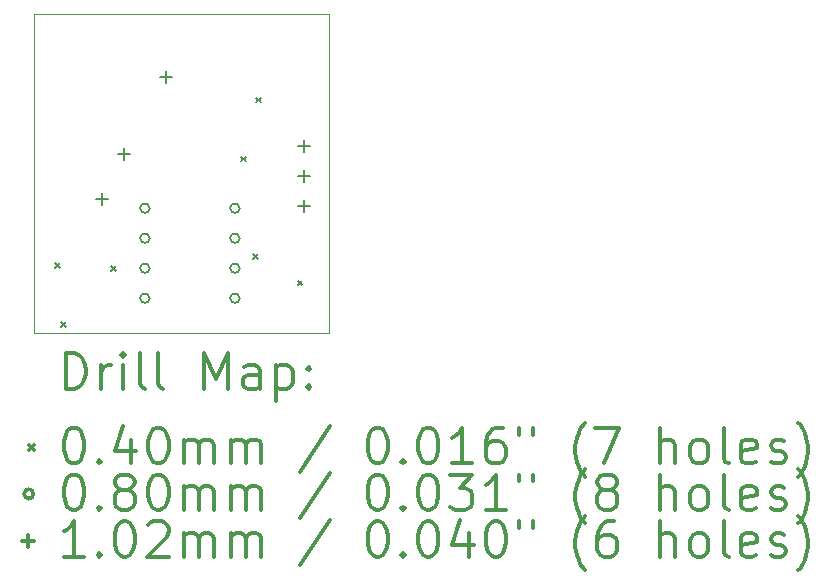
<source format=gbr>
%FSLAX45Y45*%
G04 Gerber Fmt 4.5, Leading zero omitted, Abs format (unit mm)*
G04 Created by KiCad (PCBNEW 4.0.4+e1-6308~48~ubuntu16.04.1-stable) date Thu Oct 27 02:54:48 2016*
%MOMM*%
%LPD*%
G01*
G04 APERTURE LIST*
%ADD10C,0.127000*%
%ADD11C,0.100000*%
%ADD12C,0.200000*%
%ADD13C,0.300000*%
G04 APERTURE END LIST*
D10*
D11*
X17150000Y-7300000D02*
X17150000Y-4600000D01*
X19650000Y-7300000D02*
X17150000Y-7300000D01*
X19650000Y-4600000D02*
X19650000Y-7300000D01*
X17150000Y-4600000D02*
X19650000Y-4600000D01*
D12*
X17330000Y-6705000D02*
X17370000Y-6745000D01*
X17370000Y-6705000D02*
X17330000Y-6745000D01*
X17380000Y-7205000D02*
X17420000Y-7245000D01*
X17420000Y-7205000D02*
X17380000Y-7245000D01*
X17805000Y-6730000D02*
X17845000Y-6770000D01*
X17845000Y-6730000D02*
X17805000Y-6770000D01*
X18905000Y-5805000D02*
X18945000Y-5845000D01*
X18945000Y-5805000D02*
X18905000Y-5845000D01*
X19005000Y-6630000D02*
X19045000Y-6670000D01*
X19045000Y-6630000D02*
X19005000Y-6670000D01*
X19030000Y-5305000D02*
X19070000Y-5345000D01*
X19070000Y-5305000D02*
X19030000Y-5345000D01*
X19380000Y-6855000D02*
X19420000Y-6895000D01*
X19420000Y-6855000D02*
X19380000Y-6895000D01*
X18128000Y-6242000D02*
G75*
G03X18128000Y-6242000I-40000J0D01*
G01*
X18128000Y-6496000D02*
G75*
G03X18128000Y-6496000I-40000J0D01*
G01*
X18128000Y-6750000D02*
G75*
G03X18128000Y-6750000I-40000J0D01*
G01*
X18128000Y-7004000D02*
G75*
G03X18128000Y-7004000I-40000J0D01*
G01*
X18890000Y-6242000D02*
G75*
G03X18890000Y-6242000I-40000J0D01*
G01*
X18890000Y-6496000D02*
G75*
G03X18890000Y-6496000I-40000J0D01*
G01*
X18890000Y-6750000D02*
G75*
G03X18890000Y-6750000I-40000J0D01*
G01*
X18890000Y-7004000D02*
G75*
G03X18890000Y-7004000I-40000J0D01*
G01*
X17724120Y-6111240D02*
X17724120Y-6212840D01*
X17673320Y-6162040D02*
X17774920Y-6162040D01*
X17910000Y-5734200D02*
X17910000Y-5835800D01*
X17859200Y-5785000D02*
X17960800Y-5785000D01*
X18270000Y-5079200D02*
X18270000Y-5180800D01*
X18219200Y-5130000D02*
X18320800Y-5130000D01*
X19436080Y-5664200D02*
X19436080Y-5765800D01*
X19385280Y-5715000D02*
X19486880Y-5715000D01*
X19436080Y-5918200D02*
X19436080Y-6019800D01*
X19385280Y-5969000D02*
X19486880Y-5969000D01*
X19436080Y-6172200D02*
X19436080Y-6273800D01*
X19385280Y-6223000D02*
X19486880Y-6223000D01*
D13*
X17416429Y-7770714D02*
X17416429Y-7470714D01*
X17487857Y-7470714D01*
X17530714Y-7485000D01*
X17559286Y-7513571D01*
X17573571Y-7542143D01*
X17587857Y-7599286D01*
X17587857Y-7642143D01*
X17573571Y-7699286D01*
X17559286Y-7727857D01*
X17530714Y-7756429D01*
X17487857Y-7770714D01*
X17416429Y-7770714D01*
X17716429Y-7770714D02*
X17716429Y-7570714D01*
X17716429Y-7627857D02*
X17730714Y-7599286D01*
X17745000Y-7585000D01*
X17773571Y-7570714D01*
X17802143Y-7570714D01*
X17902143Y-7770714D02*
X17902143Y-7570714D01*
X17902143Y-7470714D02*
X17887857Y-7485000D01*
X17902143Y-7499286D01*
X17916429Y-7485000D01*
X17902143Y-7470714D01*
X17902143Y-7499286D01*
X18087857Y-7770714D02*
X18059286Y-7756429D01*
X18045000Y-7727857D01*
X18045000Y-7470714D01*
X18245000Y-7770714D02*
X18216429Y-7756429D01*
X18202143Y-7727857D01*
X18202143Y-7470714D01*
X18587857Y-7770714D02*
X18587857Y-7470714D01*
X18687857Y-7685000D01*
X18787857Y-7470714D01*
X18787857Y-7770714D01*
X19059286Y-7770714D02*
X19059286Y-7613571D01*
X19045000Y-7585000D01*
X19016429Y-7570714D01*
X18959286Y-7570714D01*
X18930714Y-7585000D01*
X19059286Y-7756429D02*
X19030714Y-7770714D01*
X18959286Y-7770714D01*
X18930714Y-7756429D01*
X18916429Y-7727857D01*
X18916429Y-7699286D01*
X18930714Y-7670714D01*
X18959286Y-7656429D01*
X19030714Y-7656429D01*
X19059286Y-7642143D01*
X19202143Y-7570714D02*
X19202143Y-7870714D01*
X19202143Y-7585000D02*
X19230714Y-7570714D01*
X19287857Y-7570714D01*
X19316429Y-7585000D01*
X19330714Y-7599286D01*
X19345000Y-7627857D01*
X19345000Y-7713571D01*
X19330714Y-7742143D01*
X19316429Y-7756429D01*
X19287857Y-7770714D01*
X19230714Y-7770714D01*
X19202143Y-7756429D01*
X19473571Y-7742143D02*
X19487857Y-7756429D01*
X19473571Y-7770714D01*
X19459286Y-7756429D01*
X19473571Y-7742143D01*
X19473571Y-7770714D01*
X19473571Y-7585000D02*
X19487857Y-7599286D01*
X19473571Y-7613571D01*
X19459286Y-7599286D01*
X19473571Y-7585000D01*
X19473571Y-7613571D01*
X17105000Y-8245000D02*
X17145000Y-8285000D01*
X17145000Y-8245000D02*
X17105000Y-8285000D01*
X17473571Y-8100714D02*
X17502143Y-8100714D01*
X17530714Y-8115000D01*
X17545000Y-8129286D01*
X17559286Y-8157857D01*
X17573571Y-8215000D01*
X17573571Y-8286429D01*
X17559286Y-8343571D01*
X17545000Y-8372143D01*
X17530714Y-8386429D01*
X17502143Y-8400714D01*
X17473571Y-8400714D01*
X17445000Y-8386429D01*
X17430714Y-8372143D01*
X17416429Y-8343571D01*
X17402143Y-8286429D01*
X17402143Y-8215000D01*
X17416429Y-8157857D01*
X17430714Y-8129286D01*
X17445000Y-8115000D01*
X17473571Y-8100714D01*
X17702143Y-8372143D02*
X17716429Y-8386429D01*
X17702143Y-8400714D01*
X17687857Y-8386429D01*
X17702143Y-8372143D01*
X17702143Y-8400714D01*
X17973571Y-8200714D02*
X17973571Y-8400714D01*
X17902143Y-8086429D02*
X17830714Y-8300714D01*
X18016428Y-8300714D01*
X18187857Y-8100714D02*
X18216429Y-8100714D01*
X18245000Y-8115000D01*
X18259286Y-8129286D01*
X18273571Y-8157857D01*
X18287857Y-8215000D01*
X18287857Y-8286429D01*
X18273571Y-8343571D01*
X18259286Y-8372143D01*
X18245000Y-8386429D01*
X18216429Y-8400714D01*
X18187857Y-8400714D01*
X18159286Y-8386429D01*
X18145000Y-8372143D01*
X18130714Y-8343571D01*
X18116429Y-8286429D01*
X18116429Y-8215000D01*
X18130714Y-8157857D01*
X18145000Y-8129286D01*
X18159286Y-8115000D01*
X18187857Y-8100714D01*
X18416429Y-8400714D02*
X18416429Y-8200714D01*
X18416429Y-8229286D02*
X18430714Y-8215000D01*
X18459286Y-8200714D01*
X18502143Y-8200714D01*
X18530714Y-8215000D01*
X18545000Y-8243571D01*
X18545000Y-8400714D01*
X18545000Y-8243571D02*
X18559286Y-8215000D01*
X18587857Y-8200714D01*
X18630714Y-8200714D01*
X18659286Y-8215000D01*
X18673571Y-8243571D01*
X18673571Y-8400714D01*
X18816429Y-8400714D02*
X18816429Y-8200714D01*
X18816429Y-8229286D02*
X18830714Y-8215000D01*
X18859286Y-8200714D01*
X18902143Y-8200714D01*
X18930714Y-8215000D01*
X18945000Y-8243571D01*
X18945000Y-8400714D01*
X18945000Y-8243571D02*
X18959286Y-8215000D01*
X18987857Y-8200714D01*
X19030714Y-8200714D01*
X19059286Y-8215000D01*
X19073571Y-8243571D01*
X19073571Y-8400714D01*
X19659286Y-8086429D02*
X19402143Y-8472143D01*
X20045000Y-8100714D02*
X20073571Y-8100714D01*
X20102143Y-8115000D01*
X20116428Y-8129286D01*
X20130714Y-8157857D01*
X20145000Y-8215000D01*
X20145000Y-8286429D01*
X20130714Y-8343571D01*
X20116428Y-8372143D01*
X20102143Y-8386429D01*
X20073571Y-8400714D01*
X20045000Y-8400714D01*
X20016428Y-8386429D01*
X20002143Y-8372143D01*
X19987857Y-8343571D01*
X19973571Y-8286429D01*
X19973571Y-8215000D01*
X19987857Y-8157857D01*
X20002143Y-8129286D01*
X20016428Y-8115000D01*
X20045000Y-8100714D01*
X20273571Y-8372143D02*
X20287857Y-8386429D01*
X20273571Y-8400714D01*
X20259286Y-8386429D01*
X20273571Y-8372143D01*
X20273571Y-8400714D01*
X20473571Y-8100714D02*
X20502143Y-8100714D01*
X20530714Y-8115000D01*
X20545000Y-8129286D01*
X20559286Y-8157857D01*
X20573571Y-8215000D01*
X20573571Y-8286429D01*
X20559286Y-8343571D01*
X20545000Y-8372143D01*
X20530714Y-8386429D01*
X20502143Y-8400714D01*
X20473571Y-8400714D01*
X20445000Y-8386429D01*
X20430714Y-8372143D01*
X20416428Y-8343571D01*
X20402143Y-8286429D01*
X20402143Y-8215000D01*
X20416428Y-8157857D01*
X20430714Y-8129286D01*
X20445000Y-8115000D01*
X20473571Y-8100714D01*
X20859286Y-8400714D02*
X20687857Y-8400714D01*
X20773571Y-8400714D02*
X20773571Y-8100714D01*
X20745000Y-8143571D01*
X20716428Y-8172143D01*
X20687857Y-8186429D01*
X21116428Y-8100714D02*
X21059286Y-8100714D01*
X21030714Y-8115000D01*
X21016428Y-8129286D01*
X20987857Y-8172143D01*
X20973571Y-8229286D01*
X20973571Y-8343571D01*
X20987857Y-8372143D01*
X21002143Y-8386429D01*
X21030714Y-8400714D01*
X21087857Y-8400714D01*
X21116428Y-8386429D01*
X21130714Y-8372143D01*
X21145000Y-8343571D01*
X21145000Y-8272143D01*
X21130714Y-8243571D01*
X21116428Y-8229286D01*
X21087857Y-8215000D01*
X21030714Y-8215000D01*
X21002143Y-8229286D01*
X20987857Y-8243571D01*
X20973571Y-8272143D01*
X21259286Y-8100714D02*
X21259286Y-8157857D01*
X21373571Y-8100714D02*
X21373571Y-8157857D01*
X21816428Y-8515000D02*
X21802143Y-8500714D01*
X21773571Y-8457857D01*
X21759286Y-8429286D01*
X21745000Y-8386429D01*
X21730714Y-8315000D01*
X21730714Y-8257857D01*
X21745000Y-8186429D01*
X21759286Y-8143571D01*
X21773571Y-8115000D01*
X21802143Y-8072143D01*
X21816428Y-8057857D01*
X21902143Y-8100714D02*
X22102143Y-8100714D01*
X21973571Y-8400714D01*
X22445000Y-8400714D02*
X22445000Y-8100714D01*
X22573571Y-8400714D02*
X22573571Y-8243571D01*
X22559285Y-8215000D01*
X22530714Y-8200714D01*
X22487857Y-8200714D01*
X22459285Y-8215000D01*
X22445000Y-8229286D01*
X22759285Y-8400714D02*
X22730714Y-8386429D01*
X22716428Y-8372143D01*
X22702143Y-8343571D01*
X22702143Y-8257857D01*
X22716428Y-8229286D01*
X22730714Y-8215000D01*
X22759285Y-8200714D01*
X22802143Y-8200714D01*
X22830714Y-8215000D01*
X22845000Y-8229286D01*
X22859285Y-8257857D01*
X22859285Y-8343571D01*
X22845000Y-8372143D01*
X22830714Y-8386429D01*
X22802143Y-8400714D01*
X22759285Y-8400714D01*
X23030714Y-8400714D02*
X23002143Y-8386429D01*
X22987857Y-8357857D01*
X22987857Y-8100714D01*
X23259286Y-8386429D02*
X23230714Y-8400714D01*
X23173571Y-8400714D01*
X23145000Y-8386429D01*
X23130714Y-8357857D01*
X23130714Y-8243571D01*
X23145000Y-8215000D01*
X23173571Y-8200714D01*
X23230714Y-8200714D01*
X23259286Y-8215000D01*
X23273571Y-8243571D01*
X23273571Y-8272143D01*
X23130714Y-8300714D01*
X23387857Y-8386429D02*
X23416428Y-8400714D01*
X23473571Y-8400714D01*
X23502143Y-8386429D01*
X23516428Y-8357857D01*
X23516428Y-8343571D01*
X23502143Y-8315000D01*
X23473571Y-8300714D01*
X23430714Y-8300714D01*
X23402143Y-8286429D01*
X23387857Y-8257857D01*
X23387857Y-8243571D01*
X23402143Y-8215000D01*
X23430714Y-8200714D01*
X23473571Y-8200714D01*
X23502143Y-8215000D01*
X23616428Y-8515000D02*
X23630714Y-8500714D01*
X23659286Y-8457857D01*
X23673571Y-8429286D01*
X23687857Y-8386429D01*
X23702143Y-8315000D01*
X23702143Y-8257857D01*
X23687857Y-8186429D01*
X23673571Y-8143571D01*
X23659286Y-8115000D01*
X23630714Y-8072143D01*
X23616428Y-8057857D01*
X17145000Y-8661000D02*
G75*
G03X17145000Y-8661000I-40000J0D01*
G01*
X17473571Y-8496714D02*
X17502143Y-8496714D01*
X17530714Y-8511000D01*
X17545000Y-8525286D01*
X17559286Y-8553857D01*
X17573571Y-8611000D01*
X17573571Y-8682429D01*
X17559286Y-8739572D01*
X17545000Y-8768143D01*
X17530714Y-8782429D01*
X17502143Y-8796714D01*
X17473571Y-8796714D01*
X17445000Y-8782429D01*
X17430714Y-8768143D01*
X17416429Y-8739572D01*
X17402143Y-8682429D01*
X17402143Y-8611000D01*
X17416429Y-8553857D01*
X17430714Y-8525286D01*
X17445000Y-8511000D01*
X17473571Y-8496714D01*
X17702143Y-8768143D02*
X17716429Y-8782429D01*
X17702143Y-8796714D01*
X17687857Y-8782429D01*
X17702143Y-8768143D01*
X17702143Y-8796714D01*
X17887857Y-8625286D02*
X17859286Y-8611000D01*
X17845000Y-8596714D01*
X17830714Y-8568143D01*
X17830714Y-8553857D01*
X17845000Y-8525286D01*
X17859286Y-8511000D01*
X17887857Y-8496714D01*
X17945000Y-8496714D01*
X17973571Y-8511000D01*
X17987857Y-8525286D01*
X18002143Y-8553857D01*
X18002143Y-8568143D01*
X17987857Y-8596714D01*
X17973571Y-8611000D01*
X17945000Y-8625286D01*
X17887857Y-8625286D01*
X17859286Y-8639572D01*
X17845000Y-8653857D01*
X17830714Y-8682429D01*
X17830714Y-8739572D01*
X17845000Y-8768143D01*
X17859286Y-8782429D01*
X17887857Y-8796714D01*
X17945000Y-8796714D01*
X17973571Y-8782429D01*
X17987857Y-8768143D01*
X18002143Y-8739572D01*
X18002143Y-8682429D01*
X17987857Y-8653857D01*
X17973571Y-8639572D01*
X17945000Y-8625286D01*
X18187857Y-8496714D02*
X18216429Y-8496714D01*
X18245000Y-8511000D01*
X18259286Y-8525286D01*
X18273571Y-8553857D01*
X18287857Y-8611000D01*
X18287857Y-8682429D01*
X18273571Y-8739572D01*
X18259286Y-8768143D01*
X18245000Y-8782429D01*
X18216429Y-8796714D01*
X18187857Y-8796714D01*
X18159286Y-8782429D01*
X18145000Y-8768143D01*
X18130714Y-8739572D01*
X18116429Y-8682429D01*
X18116429Y-8611000D01*
X18130714Y-8553857D01*
X18145000Y-8525286D01*
X18159286Y-8511000D01*
X18187857Y-8496714D01*
X18416429Y-8796714D02*
X18416429Y-8596714D01*
X18416429Y-8625286D02*
X18430714Y-8611000D01*
X18459286Y-8596714D01*
X18502143Y-8596714D01*
X18530714Y-8611000D01*
X18545000Y-8639572D01*
X18545000Y-8796714D01*
X18545000Y-8639572D02*
X18559286Y-8611000D01*
X18587857Y-8596714D01*
X18630714Y-8596714D01*
X18659286Y-8611000D01*
X18673571Y-8639572D01*
X18673571Y-8796714D01*
X18816429Y-8796714D02*
X18816429Y-8596714D01*
X18816429Y-8625286D02*
X18830714Y-8611000D01*
X18859286Y-8596714D01*
X18902143Y-8596714D01*
X18930714Y-8611000D01*
X18945000Y-8639572D01*
X18945000Y-8796714D01*
X18945000Y-8639572D02*
X18959286Y-8611000D01*
X18987857Y-8596714D01*
X19030714Y-8596714D01*
X19059286Y-8611000D01*
X19073571Y-8639572D01*
X19073571Y-8796714D01*
X19659286Y-8482429D02*
X19402143Y-8868143D01*
X20045000Y-8496714D02*
X20073571Y-8496714D01*
X20102143Y-8511000D01*
X20116428Y-8525286D01*
X20130714Y-8553857D01*
X20145000Y-8611000D01*
X20145000Y-8682429D01*
X20130714Y-8739572D01*
X20116428Y-8768143D01*
X20102143Y-8782429D01*
X20073571Y-8796714D01*
X20045000Y-8796714D01*
X20016428Y-8782429D01*
X20002143Y-8768143D01*
X19987857Y-8739572D01*
X19973571Y-8682429D01*
X19973571Y-8611000D01*
X19987857Y-8553857D01*
X20002143Y-8525286D01*
X20016428Y-8511000D01*
X20045000Y-8496714D01*
X20273571Y-8768143D02*
X20287857Y-8782429D01*
X20273571Y-8796714D01*
X20259286Y-8782429D01*
X20273571Y-8768143D01*
X20273571Y-8796714D01*
X20473571Y-8496714D02*
X20502143Y-8496714D01*
X20530714Y-8511000D01*
X20545000Y-8525286D01*
X20559286Y-8553857D01*
X20573571Y-8611000D01*
X20573571Y-8682429D01*
X20559286Y-8739572D01*
X20545000Y-8768143D01*
X20530714Y-8782429D01*
X20502143Y-8796714D01*
X20473571Y-8796714D01*
X20445000Y-8782429D01*
X20430714Y-8768143D01*
X20416428Y-8739572D01*
X20402143Y-8682429D01*
X20402143Y-8611000D01*
X20416428Y-8553857D01*
X20430714Y-8525286D01*
X20445000Y-8511000D01*
X20473571Y-8496714D01*
X20673571Y-8496714D02*
X20859286Y-8496714D01*
X20759286Y-8611000D01*
X20802143Y-8611000D01*
X20830714Y-8625286D01*
X20845000Y-8639572D01*
X20859286Y-8668143D01*
X20859286Y-8739572D01*
X20845000Y-8768143D01*
X20830714Y-8782429D01*
X20802143Y-8796714D01*
X20716428Y-8796714D01*
X20687857Y-8782429D01*
X20673571Y-8768143D01*
X21145000Y-8796714D02*
X20973571Y-8796714D01*
X21059286Y-8796714D02*
X21059286Y-8496714D01*
X21030714Y-8539572D01*
X21002143Y-8568143D01*
X20973571Y-8582429D01*
X21259286Y-8496714D02*
X21259286Y-8553857D01*
X21373571Y-8496714D02*
X21373571Y-8553857D01*
X21816428Y-8911000D02*
X21802143Y-8896714D01*
X21773571Y-8853857D01*
X21759286Y-8825286D01*
X21745000Y-8782429D01*
X21730714Y-8711000D01*
X21730714Y-8653857D01*
X21745000Y-8582429D01*
X21759286Y-8539572D01*
X21773571Y-8511000D01*
X21802143Y-8468143D01*
X21816428Y-8453857D01*
X21973571Y-8625286D02*
X21945000Y-8611000D01*
X21930714Y-8596714D01*
X21916428Y-8568143D01*
X21916428Y-8553857D01*
X21930714Y-8525286D01*
X21945000Y-8511000D01*
X21973571Y-8496714D01*
X22030714Y-8496714D01*
X22059286Y-8511000D01*
X22073571Y-8525286D01*
X22087857Y-8553857D01*
X22087857Y-8568143D01*
X22073571Y-8596714D01*
X22059286Y-8611000D01*
X22030714Y-8625286D01*
X21973571Y-8625286D01*
X21945000Y-8639572D01*
X21930714Y-8653857D01*
X21916428Y-8682429D01*
X21916428Y-8739572D01*
X21930714Y-8768143D01*
X21945000Y-8782429D01*
X21973571Y-8796714D01*
X22030714Y-8796714D01*
X22059286Y-8782429D01*
X22073571Y-8768143D01*
X22087857Y-8739572D01*
X22087857Y-8682429D01*
X22073571Y-8653857D01*
X22059286Y-8639572D01*
X22030714Y-8625286D01*
X22445000Y-8796714D02*
X22445000Y-8496714D01*
X22573571Y-8796714D02*
X22573571Y-8639572D01*
X22559285Y-8611000D01*
X22530714Y-8596714D01*
X22487857Y-8596714D01*
X22459285Y-8611000D01*
X22445000Y-8625286D01*
X22759285Y-8796714D02*
X22730714Y-8782429D01*
X22716428Y-8768143D01*
X22702143Y-8739572D01*
X22702143Y-8653857D01*
X22716428Y-8625286D01*
X22730714Y-8611000D01*
X22759285Y-8596714D01*
X22802143Y-8596714D01*
X22830714Y-8611000D01*
X22845000Y-8625286D01*
X22859285Y-8653857D01*
X22859285Y-8739572D01*
X22845000Y-8768143D01*
X22830714Y-8782429D01*
X22802143Y-8796714D01*
X22759285Y-8796714D01*
X23030714Y-8796714D02*
X23002143Y-8782429D01*
X22987857Y-8753857D01*
X22987857Y-8496714D01*
X23259286Y-8782429D02*
X23230714Y-8796714D01*
X23173571Y-8796714D01*
X23145000Y-8782429D01*
X23130714Y-8753857D01*
X23130714Y-8639572D01*
X23145000Y-8611000D01*
X23173571Y-8596714D01*
X23230714Y-8596714D01*
X23259286Y-8611000D01*
X23273571Y-8639572D01*
X23273571Y-8668143D01*
X23130714Y-8696714D01*
X23387857Y-8782429D02*
X23416428Y-8796714D01*
X23473571Y-8796714D01*
X23502143Y-8782429D01*
X23516428Y-8753857D01*
X23516428Y-8739572D01*
X23502143Y-8711000D01*
X23473571Y-8696714D01*
X23430714Y-8696714D01*
X23402143Y-8682429D01*
X23387857Y-8653857D01*
X23387857Y-8639572D01*
X23402143Y-8611000D01*
X23430714Y-8596714D01*
X23473571Y-8596714D01*
X23502143Y-8611000D01*
X23616428Y-8911000D02*
X23630714Y-8896714D01*
X23659286Y-8853857D01*
X23673571Y-8825286D01*
X23687857Y-8782429D01*
X23702143Y-8711000D01*
X23702143Y-8653857D01*
X23687857Y-8582429D01*
X23673571Y-8539572D01*
X23659286Y-8511000D01*
X23630714Y-8468143D01*
X23616428Y-8453857D01*
X17094200Y-9006200D02*
X17094200Y-9107800D01*
X17043400Y-9057000D02*
X17145000Y-9057000D01*
X17573571Y-9192714D02*
X17402143Y-9192714D01*
X17487857Y-9192714D02*
X17487857Y-8892714D01*
X17459286Y-8935572D01*
X17430714Y-8964143D01*
X17402143Y-8978429D01*
X17702143Y-9164143D02*
X17716429Y-9178429D01*
X17702143Y-9192714D01*
X17687857Y-9178429D01*
X17702143Y-9164143D01*
X17702143Y-9192714D01*
X17902143Y-8892714D02*
X17930714Y-8892714D01*
X17959286Y-8907000D01*
X17973571Y-8921286D01*
X17987857Y-8949857D01*
X18002143Y-9007000D01*
X18002143Y-9078429D01*
X17987857Y-9135572D01*
X17973571Y-9164143D01*
X17959286Y-9178429D01*
X17930714Y-9192714D01*
X17902143Y-9192714D01*
X17873571Y-9178429D01*
X17859286Y-9164143D01*
X17845000Y-9135572D01*
X17830714Y-9078429D01*
X17830714Y-9007000D01*
X17845000Y-8949857D01*
X17859286Y-8921286D01*
X17873571Y-8907000D01*
X17902143Y-8892714D01*
X18116429Y-8921286D02*
X18130714Y-8907000D01*
X18159286Y-8892714D01*
X18230714Y-8892714D01*
X18259286Y-8907000D01*
X18273571Y-8921286D01*
X18287857Y-8949857D01*
X18287857Y-8978429D01*
X18273571Y-9021286D01*
X18102143Y-9192714D01*
X18287857Y-9192714D01*
X18416429Y-9192714D02*
X18416429Y-8992714D01*
X18416429Y-9021286D02*
X18430714Y-9007000D01*
X18459286Y-8992714D01*
X18502143Y-8992714D01*
X18530714Y-9007000D01*
X18545000Y-9035572D01*
X18545000Y-9192714D01*
X18545000Y-9035572D02*
X18559286Y-9007000D01*
X18587857Y-8992714D01*
X18630714Y-8992714D01*
X18659286Y-9007000D01*
X18673571Y-9035572D01*
X18673571Y-9192714D01*
X18816429Y-9192714D02*
X18816429Y-8992714D01*
X18816429Y-9021286D02*
X18830714Y-9007000D01*
X18859286Y-8992714D01*
X18902143Y-8992714D01*
X18930714Y-9007000D01*
X18945000Y-9035572D01*
X18945000Y-9192714D01*
X18945000Y-9035572D02*
X18959286Y-9007000D01*
X18987857Y-8992714D01*
X19030714Y-8992714D01*
X19059286Y-9007000D01*
X19073571Y-9035572D01*
X19073571Y-9192714D01*
X19659286Y-8878429D02*
X19402143Y-9264143D01*
X20045000Y-8892714D02*
X20073571Y-8892714D01*
X20102143Y-8907000D01*
X20116428Y-8921286D01*
X20130714Y-8949857D01*
X20145000Y-9007000D01*
X20145000Y-9078429D01*
X20130714Y-9135572D01*
X20116428Y-9164143D01*
X20102143Y-9178429D01*
X20073571Y-9192714D01*
X20045000Y-9192714D01*
X20016428Y-9178429D01*
X20002143Y-9164143D01*
X19987857Y-9135572D01*
X19973571Y-9078429D01*
X19973571Y-9007000D01*
X19987857Y-8949857D01*
X20002143Y-8921286D01*
X20016428Y-8907000D01*
X20045000Y-8892714D01*
X20273571Y-9164143D02*
X20287857Y-9178429D01*
X20273571Y-9192714D01*
X20259286Y-9178429D01*
X20273571Y-9164143D01*
X20273571Y-9192714D01*
X20473571Y-8892714D02*
X20502143Y-8892714D01*
X20530714Y-8907000D01*
X20545000Y-8921286D01*
X20559286Y-8949857D01*
X20573571Y-9007000D01*
X20573571Y-9078429D01*
X20559286Y-9135572D01*
X20545000Y-9164143D01*
X20530714Y-9178429D01*
X20502143Y-9192714D01*
X20473571Y-9192714D01*
X20445000Y-9178429D01*
X20430714Y-9164143D01*
X20416428Y-9135572D01*
X20402143Y-9078429D01*
X20402143Y-9007000D01*
X20416428Y-8949857D01*
X20430714Y-8921286D01*
X20445000Y-8907000D01*
X20473571Y-8892714D01*
X20830714Y-8992714D02*
X20830714Y-9192714D01*
X20759286Y-8878429D02*
X20687857Y-9092714D01*
X20873571Y-9092714D01*
X21045000Y-8892714D02*
X21073571Y-8892714D01*
X21102143Y-8907000D01*
X21116428Y-8921286D01*
X21130714Y-8949857D01*
X21145000Y-9007000D01*
X21145000Y-9078429D01*
X21130714Y-9135572D01*
X21116428Y-9164143D01*
X21102143Y-9178429D01*
X21073571Y-9192714D01*
X21045000Y-9192714D01*
X21016428Y-9178429D01*
X21002143Y-9164143D01*
X20987857Y-9135572D01*
X20973571Y-9078429D01*
X20973571Y-9007000D01*
X20987857Y-8949857D01*
X21002143Y-8921286D01*
X21016428Y-8907000D01*
X21045000Y-8892714D01*
X21259286Y-8892714D02*
X21259286Y-8949857D01*
X21373571Y-8892714D02*
X21373571Y-8949857D01*
X21816428Y-9307000D02*
X21802143Y-9292714D01*
X21773571Y-9249857D01*
X21759286Y-9221286D01*
X21745000Y-9178429D01*
X21730714Y-9107000D01*
X21730714Y-9049857D01*
X21745000Y-8978429D01*
X21759286Y-8935572D01*
X21773571Y-8907000D01*
X21802143Y-8864143D01*
X21816428Y-8849857D01*
X22059286Y-8892714D02*
X22002143Y-8892714D01*
X21973571Y-8907000D01*
X21959286Y-8921286D01*
X21930714Y-8964143D01*
X21916428Y-9021286D01*
X21916428Y-9135572D01*
X21930714Y-9164143D01*
X21945000Y-9178429D01*
X21973571Y-9192714D01*
X22030714Y-9192714D01*
X22059286Y-9178429D01*
X22073571Y-9164143D01*
X22087857Y-9135572D01*
X22087857Y-9064143D01*
X22073571Y-9035572D01*
X22059286Y-9021286D01*
X22030714Y-9007000D01*
X21973571Y-9007000D01*
X21945000Y-9021286D01*
X21930714Y-9035572D01*
X21916428Y-9064143D01*
X22445000Y-9192714D02*
X22445000Y-8892714D01*
X22573571Y-9192714D02*
X22573571Y-9035572D01*
X22559285Y-9007000D01*
X22530714Y-8992714D01*
X22487857Y-8992714D01*
X22459285Y-9007000D01*
X22445000Y-9021286D01*
X22759285Y-9192714D02*
X22730714Y-9178429D01*
X22716428Y-9164143D01*
X22702143Y-9135572D01*
X22702143Y-9049857D01*
X22716428Y-9021286D01*
X22730714Y-9007000D01*
X22759285Y-8992714D01*
X22802143Y-8992714D01*
X22830714Y-9007000D01*
X22845000Y-9021286D01*
X22859285Y-9049857D01*
X22859285Y-9135572D01*
X22845000Y-9164143D01*
X22830714Y-9178429D01*
X22802143Y-9192714D01*
X22759285Y-9192714D01*
X23030714Y-9192714D02*
X23002143Y-9178429D01*
X22987857Y-9149857D01*
X22987857Y-8892714D01*
X23259286Y-9178429D02*
X23230714Y-9192714D01*
X23173571Y-9192714D01*
X23145000Y-9178429D01*
X23130714Y-9149857D01*
X23130714Y-9035572D01*
X23145000Y-9007000D01*
X23173571Y-8992714D01*
X23230714Y-8992714D01*
X23259286Y-9007000D01*
X23273571Y-9035572D01*
X23273571Y-9064143D01*
X23130714Y-9092714D01*
X23387857Y-9178429D02*
X23416428Y-9192714D01*
X23473571Y-9192714D01*
X23502143Y-9178429D01*
X23516428Y-9149857D01*
X23516428Y-9135572D01*
X23502143Y-9107000D01*
X23473571Y-9092714D01*
X23430714Y-9092714D01*
X23402143Y-9078429D01*
X23387857Y-9049857D01*
X23387857Y-9035572D01*
X23402143Y-9007000D01*
X23430714Y-8992714D01*
X23473571Y-8992714D01*
X23502143Y-9007000D01*
X23616428Y-9307000D02*
X23630714Y-9292714D01*
X23659286Y-9249857D01*
X23673571Y-9221286D01*
X23687857Y-9178429D01*
X23702143Y-9107000D01*
X23702143Y-9049857D01*
X23687857Y-8978429D01*
X23673571Y-8935572D01*
X23659286Y-8907000D01*
X23630714Y-8864143D01*
X23616428Y-8849857D01*
M02*

</source>
